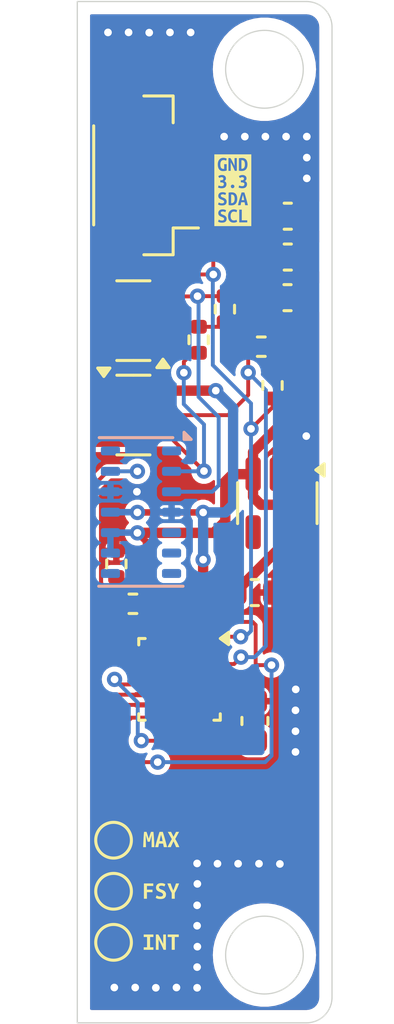
<source format=kicad_pcb>
(kicad_pcb (version 20240108) (generator "pcbnew") (generator_version "8.0")
  (title_block (title "sensor-unit-mpu-v2") (date "2025-05-04") (rev "2.0"))
  (layers (0 "F.Cu" signal) (31 "B.Cu" signal) (34 "B.Paste" user) (35 "F.Paste" user) (36 "B.SilkS" user "B.Silkscreen") (37 "F.SilkS" user "F.Silkscreen") (38 "B.Mask" user) (39 "F.Mask" user) (44 "Edge.Cuts" user))
  (net 0 "")
  (net 1 "GND")
  (net 2 "VDDIO")
  (net 3 "Net-(U2-REGOUT)")
  (net 4 "SDA")
  (net 5 "SCL")
  (net 8 "+1V8")
  (net 9 "SCL_1V8")
  (net 10 "SDA_1V8")
  (net 11 "Net-(U2-AD0{slash}MISO)")
  (net 12 "Net-(U2-FSYNC)")
  (net 13 "Net-(U2-INT)")
  (net 14 "Net-(U3-~{INT})")
  (footprint "Resistor_SMD:R_0402_1005Metric" (layer "F.Cu") (at 181.4975 66.7975 180)
    (property "Reference" "R1" (hide yes))
    (property "Value" "0R")
    (pad "1" smd roundrect (at -0.51 0 180) (size 0.54 0.64) (layers "F.Cu" "F.Paste" "F.Mask") (net 2 "VDDIO"))
    (pad "2" smd roundrect (at 0.51 0 180) (size 0.54 0.64) (layers "F.Cu" "F.Paste" "F.Mask") (net 11 "Net-(U2-AD0{slash}MISO)"))
  )
  (footprint "kibuzzard-6817407C" (layer "F.Cu") (at 182.62 78.05)
    (property "Reference" "kibuzzard-6817407C" (hide yes))
    (property "Value" "G***" (hide yes))
  )
  (footprint "Resistor_SMD:R_0402_1005Metric" (layer "F.Cu") (at 185.1075 55.2575 90)
    (property "Reference" "R3" (hide yes))
    (property "Value" "10K")
    (pad "1" smd roundrect (at -0.51 0 90) (size 0.54 0.64) (layers "F.Cu" "F.Paste" "F.Mask") (net 8 "+1V8"))
    (pad "2" smd roundrect (at 0.51 0 90) (size 0.54 0.64) (layers "F.Cu" "F.Paste" "F.Mask") (net 10 "SDA_1V8"))
  )
  (footprint "Resistor_SMD:R_0402_1005Metric" (layer "F.Cu") (at 180.8475 65.2375 90)
    (property "Reference" "R2" (hide yes))
    (property "Value" "10K" (hide yes))
    (pad "1" smd roundrect (at -0.51 0 90) (size 0.54 0.64) (layers "F.Cu" "F.Paste" "F.Mask") (net 11 "Net-(U2-AD0{slash}MISO)"))
    (pad "2" smd roundrect (at 0.51 0 90) (size 0.54 0.64) (layers "F.Cu" "F.Paste" "F.Mask") (net 1 "GND"))
  )
  (footprint "kibuzzard-680F6A44" (layer "F.Cu") (at 182.61 76.03)
    (property "Reference" "kibuzzard-680F6A44" (hide yes))
    (property "Value" "G***" (hide yes))
  )
  (footprint "kibuzzard-6817376F" (layer "F.Cu") (at 185.42 50.6)
    (property "Reference" "kibuzzard-6817376F" (hide yes))
    (property "Value" "G***" (hide yes))
  )
  (footprint "Package_TO_SOT_SMD:SOT-23" (layer "F.Cu") (at 181.515 55.7075 180)
    (property "Reference" "Q2" (hide yes))
    (property "Value" "BSS138")
    (pad "1" smd roundrect (at -0.9375 -0.95 180) (size 1.475 0.6) (layers "F.Cu" "F.Paste" "F.Mask") (net 8 "+1V8"))
    (pad "2" smd roundrect (at -0.9375 0.95 180) (size 1.475 0.6) (layers "F.Cu" "F.Paste" "F.Mask") (net 10 "SDA_1V8"))
    (pad "3" smd roundrect (at 0.9375 0 180) (size 1.475 0.6) (layers "F.Cu" "F.Paste" "F.Mask") (net 4 "SDA"))
  )
  (footprint "Capacitor_SMD:C_0603_1608Metric" (layer "F.Cu") (at 186.2825 66.3575)
    (property "Reference" "C3" (hide yes))
    (property "Value" "2.2uF 16V")
    (pad "1" smd roundrect (at -0.775 0) (size 0.9 0.95) (layers "F.Cu" "F.Paste" "F.Mask") (net 8 "+1V8"))
    (pad "2" smd roundrect (at 0.775 0) (size 0.9 0.95) (layers "F.Cu" "F.Paste" "F.Mask") (net 1 "GND"))
  )
  (footprint "Package_TO_SOT_SMD:SOT-23-5" (layer "F.Cu") (at 187.1675 62.855 -90)
    (property "Reference" "U1" (hide yes))
    (property "Value" "LN1134A182MR-G")
    (pad "1" smd roundrect (at -1.1375 -0.95 270) (size 1.325 0.6) (layers "F.Cu" "F.Paste" "F.Mask") (net 2 "VDDIO"))
    (pad "2" smd roundrect (at -1.1375 0 270) (size 1.325 0.6) (layers "F.Cu" "F.Paste" "F.Mask") (net 1 "GND"))
    (pad "3" smd roundrect (at -1.1375 0.95 270) (size 1.325 0.6) (layers "F.Cu" "F.Paste" "F.Mask") (net 2 "VDDIO"))
    (pad "4" smd roundrect (at 1.1375 0.95 270) (size 1.325 0.6) (layers "F.Cu" "F.Paste" "F.Mask"))
    (pad "5" smd roundrect (at 1.1375 -0.95 270) (size 1.325 0.6) (layers "F.Cu" "F.Paste" "F.Mask") (net 8 "+1V8"))
  )
  (footprint "Capacitor_SMD:C_0603_1608Metric" (layer "F.Cu") (at 187.5775 53.2175)
    (property "Reference" "C2" (hide yes))
    (property "Value" "10nF 16V")
    (pad "1" smd roundrect (at -0.775 0) (size 0.9 0.95) (layers "F.Cu" "F.Paste" "F.Mask") (net 2 "VDDIO"))
    (pad "2" smd roundrect (at 0.775 0) (size 0.9 0.95) (layers "F.Cu" "F.Paste" "F.Mask") (net 1 "GND"))
  )
  (footprint "Resistor_SMD:R_0402_1005Metric" (layer "F.Cu") (at 186.9775 58.2475 90)
    (property "Reference" "R5" (hide yes))
    (property "Value" "10K")
    (pad "1" smd roundrect (at -0.51 0 90) (size 0.54 0.64) (layers "F.Cu" "F.Paste" "F.Mask") (net 4 "SDA"))
    (pad "2" smd roundrect (at 0.51 0 90) (size 0.54 0.64) (layers "F.Cu" "F.Paste" "F.Mask") (net 2 "VDDIO"))
  )
  (footprint "Capacitor_SMD:C_0603_1608Metric" (layer "F.Cu") (at 187.5675 54.8075)
    (property "Reference" "C4" (hide yes))
    (property "Value" "100nF 16V")
    (pad "1" smd roundrect (at -0.775 0) (size 0.9 0.95) (layers "F.Cu" "F.Paste" "F.Mask") (net 2 "VDDIO"))
    (pad "2" smd roundrect (at 0.775 0) (size 0.9 0.95) (layers "F.Cu" "F.Paste" "F.Mask") (net 1 "GND"))
  )
  (footprint "Resistor_SMD:R_0402_1005Metric" (layer "F.Cu") (at 184.0775 56.4575 -90)
    (property "Reference" "R4" (hide yes))
    (property "Value" "10K")
    (pad "1" smd roundrect (at -0.51 0 270) (size 0.54 0.64) (layers "F.Cu" "F.Paste" "F.Mask") (net 8 "+1V8"))
    (pad "2" smd roundrect (at 0.51 0 270) (size 0.54 0.64) (layers "F.Cu" "F.Paste" "F.Mask") (net 9 "SCL_1V8"))
  )
  (footprint "TestPoint:TestPoint_Pad_D1.0mm" (layer "F.Cu") (at 180.7375 78.0575)
    (property "Reference" "TP1" (hide yes))
    (property "Value" "MPU_FSYNC")
    (pad "1" smd circle (at 0 0) (size 1 1) (layers "F.Cu" "F.Mask") (net 12 "Net-(U2-FSYNC)"))
  )
  (footprint "Capacitor_SMD:C_0603_1608Metric" (layer "F.Cu") (at 186.2875 71.3875 90)
    (property "Reference" "C5" (hide yes))
    (property "Value" "100nF 16V")
    (pad "1" smd roundrect (at -0.775 0 90) (size 0.9 0.95) (layers "F.Cu" "F.Paste" "F.Mask") (net 3 "Net-(U2-REGOUT)"))
    (pad "2" smd roundrect (at 0.775 0 90) (size 0.9 0.95) (layers "F.Cu" "F.Paste" "F.Mask") (net 1 "GND"))
  )
  (footprint "Connector_JST:JST_SH_BM04B-SRSS-TB_1x04-1MP_P1.00mm_Vertical" (layer "F.Cu") (at 181.9675 50.0175 90)
    (property "Reference" "J1" (hide yes))
    (property "Value" "JST SH1.0")
    (pad "1" smd roundrect (at -1.5 1.325 90) (size 0.6 1.55) (layers "F.Cu" "F.Paste" "F.Mask") (net 4 "SDA"))
    (pad "2" smd roundrect (at -0.5 1.325 90) (size 0.6 1.55) (layers "F.Cu" "F.Paste" "F.Mask") (net 5 "SCL"))
    (pad "3" smd roundrect (at 0.5 1.325 90) (size 0.6 1.55) (layers "F.Cu" "F.Paste" "F.Mask") (net 2 "VDDIO"))
    (pad "4" smd roundrect (at 1.5 1.325 90) (size 0.6 1.55) (layers "F.Cu" "F.Paste" "F.Mask") (net 1 "GND"))
    (pad "MP" smd roundrect (at -2.8 -1.2 90) (size 1.2 1.8) (layers "F.Cu" "F.Paste" "F.Mask") (roundrect_rratio 0.208333))
    (pad "MP" smd roundrect (at 2.8 -1.2 90) (size 1.2 1.8) (layers "F.Cu" "F.Paste" "F.Mask") (roundrect_rratio 0.208333))
  )
  (footprint "Package_TO_SOT_SMD:SOT-23" (layer "F.Cu") (at 181.5175 59.405)
    (property "Reference" "Q1" (hide yes))
    (property "Value" "BSS138")
    (pad "1" smd roundrect (at -0.9375 -0.95) (size 1.475 0.6) (layers "F.Cu" "F.Paste" "F.Mask") (net 8 "+1V8"))
    (pad "2" smd roundrect (at -0.9375 0.95) (size 1.475 0.6) (layers "F.Cu" "F.Paste" "F.Mask") (net 9 "SCL_1V8"))
    (pad "3" smd roundrect (at 0.9375 0) (size 1.475 0.6) (layers "F.Cu" "F.Paste" "F.Mask") (net 5 "SCL"))
  )
  (footprint "kibuzzard-68174073" (layer "F.Cu") (at 182.61 80.05)
    (property "Reference" "kibuzzard-68174073" (hide yes))
    (property "Value" "G***" (hide yes))
  )
  (footprint "Sensor_Motion:InvenSense_QFN-24_3x3mm_P0.4mm_NoMask" (layer "F.Cu") (at 183.3275 69.7575 -90)
    (property "Reference" "U2" (hide yes))
    (property "Value" "MPU-9250")
    (pad "1" smd roundrect (at -1.5 -1 270) (size 0.55 0.2) (layers "F.Cu" "F.Paste" "F.Mask") (net 2 "VDDIO"))
    (pad "2" smd roundrect (at -1.5 -0.6 270) (size 0.55 0.2) (layers "F.Cu" "F.Paste" "F.Mask"))
    (pad "3" smd roundrect (at -1.5 -0.2 270) (size 0.55 0.2) (layers "F.Cu" "F.Paste" "F.Mask"))
    (pad "4" smd roundrect (at -1.5 0.2 270) (size 0.55 0.2) (layers "F.Cu" "F.Paste" "F.Mask"))
    (pad "5" smd roundrect (at -1.5 0.6 270) (size 0.55 0.2) (layers "F.Cu" "F.Paste" "F.Mask"))
    (pad "6" smd roundrect (at -1.5 1 270) (size 0.55 0.2) (layers "F.Cu" "F.Paste" "F.Mask"))
    (pad "7" smd roundrect (at -1 1.5) (size 0.55 0.2) (layers "F.Cu" "F.Paste" "F.Mask"))
    (pad "8" smd roundrect (at -0.6 1.5) (size 0.55 0.2) (layers "F.Cu" "F.Paste" "F.Mask") (net 2 "VDDIO"))
    (pad "9" smd roundrect (at -0.2 1.5) (size 0.55 0.2) (layers "F.Cu" "F.Paste" "F.Mask") (net 11 "Net-(U2-AD0{slash}MISO)"))
    (pad "10" smd roundrect (at 0.2 1.5) (size 0.55 0.2) (layers "F.Cu" "F.Paste" "F.Mask") (net 3 "Net-(U2-REGOUT)"))
    (pad "11" smd roundrect (at 0.6 1.5) (size 0.55 0.2) (layers "F.Cu" "F.Paste" "F.Mask") (net 12 "Net-(U2-FSYNC)"))
    (pad "12" smd roundrect (at 1 1.5) (size 0.55 0.2) (layers "F.Cu" "F.Paste" "F.Mask") (net 13 "Net-(U2-INT)"))
    (pad "13" smd roundrect (at 1.5 1 270) (size 0.55 0.2) (layers "F.Cu" "F.Paste" "F.Mask") (net 2 "VDDIO"))
    (pad "14" smd roundrect (at 1.5 0.6 270) (size 0.55 0.2) (layers "F.Cu" "F.Paste" "F.Mask"))
    (pad "15" smd roundrect (at 1.5 0.2 270) (size 0.55 0.2) (layers "F.Cu" "F.Paste" "F.Mask"))
    (pad "16" smd roundrect (at 1.5 -0.2 270) (size 0.55 0.2) (layers "F.Cu" "F.Paste" "F.Mask"))
    (pad "17" smd roundrect (at 1.5 -0.6 270) (size 0.55 0.2) (layers "F.Cu" "F.Paste" "F.Mask"))
    (pad "18" smd roundrect (at 1.5 -1 270) (size 0.55 0.2) (layers "F.Cu" "F.Paste" "F.Mask") (net 1 "GND"))
    (pad "19" smd roundrect (at 1 -1.5) (size 0.55 0.2) (layers "F.Cu" "F.Paste" "F.Mask"))
    (pad "20" smd roundrect (at 0.6 -1.5) (size 0.55 0.2) (layers "F.Cu" "F.Paste" "F.Mask") (net 1 "GND"))
    (pad "21" smd roundrect (at 0.2 -1.5) (size 0.55 0.2) (layers "F.Cu" "F.Paste" "F.Mask"))
    (pad "22" smd roundrect (at -0.2 -1.5) (size 0.55 0.2) (layers "F.Cu" "F.Paste" "F.Mask") (net 2 "VDDIO"))
    (pad "23" smd roundrect (at -0.6 -1.5) (size 0.55 0.2) (layers "F.Cu" "F.Paste" "F.Mask") (net 5 "SCL"))
    (pad "24" smd roundrect (at -1 -1.5) (size 0.55 0.2) (layers "F.Cu" "F.Paste" "F.Mask") (net 4 "SDA"))
    (zone (net 0) (net_name "") (layer "F.Cu") (connect_pads (clearance 0)) (min_thickness 0.254)
      (keepout (tracks not_allowed) (vias not_allowed) (pads not_allowed) (copperpour not_allowed) (footprints allowed))
      (fill (thermal_gap 0.508) (thermal_bridge_width 0.508))
      (polygon (pts (xy 184.1225 68.8825) (xy 184.1225 70.6325) (xy 182.5325 70.6325) (xy 182.5325 68.8825)))
    )
  )
  (footprint "Resistor_SMD:R_0402_1005Metric" (layer "F.Cu") (at 186.5375 56.7275)
    (property "Reference" "R6" (hide yes))
    (property "Value" "10K")
    (pad "1" smd roundrect (at -0.51 0) (size 0.54 0.64) (layers "F.Cu" "F.Paste" "F.Mask") (net 5 "SCL"))
    (pad "2" smd roundrect (at 0.51 0) (size 0.54 0.64) (layers "F.Cu" "F.Paste" "F.Mask") (net 2 "VDDIO"))
  )
  (footprint "TestPoint:TestPoint_Pad_D1.0mm" (layer "F.Cu") (at 180.7375 80.0575)
    (property "Reference" "TP2" (hide yes))
    (property "Value" "MPU_INT")
    (pad "1" smd circle (at 0 0) (size 1 1) (layers "F.Cu" "F.Mask") (net 13 "Net-(U2-INT)"))
  )
  (footprint "Capacitor_SMD:C_0603_1608Metric" (layer "F.Cu") (at 187.5775 51.6175)
    (property "Reference" "C1" (hide yes))
    (property "Value" "1uF 16V")
    (pad "1" smd roundrect (at -0.775 0) (size 0.9 0.95) (layers "F.Cu" "F.Paste" "F.Mask") (net 2 "VDDIO"))
    (pad "2" smd roundrect (at 0.775 0) (size 0.9 0.95) (layers "F.Cu" "F.Paste" "F.Mask") (net 1 "GND"))
  )
  (footprint "TestPoint:TestPoint_Pad_D1.0mm" (layer "F.Cu") (at 180.7375 76.0575)
    (property "Reference" "TP3" (hide yes))
    (property "Value" "MAX_INT")
    (pad "1" smd circle (at 0 0) (size 1 1) (layers "F.Cu" "F.Mask") (net 14 "Net-(U3-~{INT})"))
  )
  (footprint "OptoDevice:Maxim_OLGA-14_3.3x5.6mm_P0.8mm" (layer "B.Cu") (at 181.815 63.21 180)
    (property "Reference" "U3" (hide yes))
    (property "Value" "MAX30102")
    (pad "1" smd roundrect (at -1.2 2.4 180) (size 0.75 0.35) (layers "B.Cu" "B.Paste" "B.Mask"))
    (pad "2" smd roundrect (at -1.2 1.6 180) (size 0.75 0.35) (layers "B.Cu" "B.Paste" "B.Mask") (net 9 "SCL_1V8"))
    (pad "3" smd roundrect (at -1.2 0.8 180) (size 0.75 0.35) (layers "B.Cu" "B.Paste" "B.Mask") (net 10 "SDA_1V8"))
    (pad "4" smd roundrect (at -1.2 0 180) (size 0.75 0.35) (layers "B.Cu" "B.Paste" "B.Mask") (net 1 "GND"))
    (pad "5" smd roundrect (at -1.2 -0.8 180) (size 0.75 0.35) (layers "B.Cu" "B.Paste" "B.Mask"))
    (pad "6" smd roundrect (at -1.2 -1.6 180) (size 0.75 0.35) (layers "B.Cu" "B.Paste" "B.Mask"))
    (pad "7" smd roundrect (at -1.2 -2.4 180) (size 0.75 0.35) (layers "B.Cu" "B.Paste" "B.Mask"))
    (pad "8" smd roundrect (at 1.2 -2.4 180) (size 0.75 0.35) (layers "B.Cu" "B.Paste" "B.Mask"))
    (pad "9" smd roundrect (at 1.2 -1.6 180) (size 0.75 0.35) (layers "B.Cu" "B.Paste" "B.Mask") (net 2 "VDDIO"))
    (pad "10" smd roundrect (at 1.2 -0.8 180) (size 0.75 0.35) (layers "B.Cu" "B.Paste" "B.Mask") (net 2 "VDDIO"))
    (pad "11" smd roundrect (at 1.2 0 180) (size 0.75 0.35) (layers "B.Cu" "B.Paste" "B.Mask") (net 8 "+1V8"))
    (pad "12" smd roundrect (at 1.2 0.8 180) (size 0.75 0.35) (layers "B.Cu" "B.Paste" "B.Mask") (net 1 "GND"))
    (pad "13" smd roundrect (at 1.2 1.6 180) (size 0.75 0.35) (layers "B.Cu" "B.Paste" "B.Mask") (net 14 "Net-(U3-~{INT})"))
    (pad "14" smd roundrect (at 1.2 2.4 180) (size 0.75 0.35) (layers "B.Cu" "B.Paste" "B.Mask"))
  )
  (gr_line (start 188.314195 83.209375) (end 179.314195 83.209375) (stroke (width 0.05)) (layer "Edge.Cuts"))
  (gr_arc (start 188.314195 43.209375) (mid 189.021302 43.502268) (end 189.314195 44.209375) (stroke (width 0.05)) (layer "Edge.Cuts"))
  (gr_line (start 179.314195 83.209375) (end 179.314195 43.209375) (stroke (width 0.05)) (layer "Edge.Cuts"))
  (gr_circle (center 186.66107 80.55625) (end 188.18507 80.55625) (stroke (width 0.05)) (fill none) (layer "Edge.Cuts"))
  (gr_circle (center 186.66107 45.8625) (end 186.66107 44.3385) (stroke (width 0.05)) (fill none) (layer "Edge.Cuts"))
  (gr_line (start 189.314195 44.209375) (end 189.314195 82.209375) (stroke (width 0.05)) (layer "Edge.Cuts"))
  (gr_arc (start 189.314195 82.209375) (mid 189.021302 82.916482) (end 188.314195 83.209375) (stroke (width 0.05)) (layer "Edge.Cuts"))
  (gr_line (start 179.314195 43.209375) (end 188.314195 43.209375) (stroke (width 0.05)) (layer "Edge.Cuts"))
  (segment (start 187.994196 60.229375) (end 188.304195 60.229375) (width 0.4064) (layer "F.Cu") (net 1))
  (segment (start 187.164195 61.059376) (end 187.994196 60.229375) (width 0.4064) (layer "F.Cu") (net 1))
  (segment (start 187.164195 61.721875) (end 187.164195 61.059376) (width 0.4064) (layer "F.Cu") (net 1))
  (via (at 184.8175 76.9775) (size 0.6) (drill 0.3) (layers "F.Cu" "B.Cu") (net 1))
  (via (at 181.5875 81.8275) (size 0.6) (drill 0.3) (layers "F.Cu" "B.Cu") (net 1))
  (via (at 184.0175 79.4075) (size 0.6) (drill 0.3) (layers "F.Cu" "B.Cu") (net 1))
  (via (at 181.654195 62.409375) (size 0.6) (drill 0.3) (layers "F.Cu" "B.Cu") (net 1))
  (via (at 187.511395 48.499375) (size 0.6) (drill 0.3) (layers "F.Cu" "B.Cu") (net 1))
  (via (at 183.764195 44.419375) (size 0.6) (drill 0.3) (layers "F.Cu" "B.Cu") (net 1))
  (via (at 184.0175 81.0275) (size 0.6) (drill 0.3) (layers "F.Cu" "B.Cu") (net 1))
  (via (at 188.304195 60.229375) (size 0.6) (drill 0.3) (layers "F.Cu" "B.Cu") (net 1))
  (via (at 180.7675 81.8275) (size 0.6) (drill 0.3) (layers "F.Cu" "B.Cu") (net 1))
  (via (at 182.3975 81.8375) (size 0.6) (drill 0.3) (layers "F.Cu" "B.Cu") (net 1))
  (via (at 185.6275 76.9775) (size 0.6) (drill 0.3) (layers "F.Cu" "B.Cu") (net 1))
  (via (at 181.3275 44.4175) (size 0.6) (drill 0.3) (layers "F.Cu" "B.Cu") (net 1))
  (via (at 188.324195 50.134975) (size 0.6) (drill 0.3) (layers "F.Cu" "B.Cu") (net 1))
  (via (at 182.951395 44.419375) (size 0.6) (drill 0.3) (layers "F.Cu" "B.Cu") (net 1))
  (via (at 184.0175 76.9675) (size 0.6) (drill 0.3) (layers "F.Cu" "B.Cu") (net 1))
  (via (at 184.0275 80.2275) (size 0.6) (drill 0.3) (layers "F.Cu" "B.Cu") (net 1))
  (via (at 184.0275 77.7675) (size 0.6) (drill 0.3) (layers "F.Cu" "B.Cu") (net 1))
  (via (at 188.324195 48.499375) (size 0.6) (drill 0.3) (layers "F.Cu" "B.Cu") (net 1))
  (via (at 186.4475 76.9775) (size 0.6) (drill 0.3) (layers "F.Cu" "B.Cu") (net 1))
  (via (at 184.0175 78.6075) (size 0.6) (drill 0.3) (layers "F.Cu" "B.Cu") (net 1))
  (via (at 187.88 70.97) (size 0.6) (drill 0.3) (layers "F.Cu" "B.Cu") (net 1))
  (via (at 187.2675 76.9875) (size 0.6) (drill 0.3) (layers "F.Cu" "B.Cu") (net 1))
  (via (at 185.891395 48.499375) (size 0.6) (drill 0.3) (layers "F.Cu" "B.Cu") (net 1))
  (via (at 183.2075 81.8275) (size 0.6) (drill 0.3) (layers "F.Cu" "B.Cu") (net 1))
  (via (at 185.078595 48.499375) (size 0.6) (drill 0.3) (layers "F.Cu" "B.Cu") (net 1))
  (via (at 180.518595 44.419375) (size 0.6) (drill 0.3) (layers "F.Cu" "B.Cu") (net 1))
  (via (at 184.0175 81.8375) (size 0.6) (drill 0.3) (layers "F.Cu" "B.Cu") (net 1))
  (via (at 182.1375 44.4275) (size 0.6) (drill 0.3) (layers "F.Cu" "B.Cu") (net 1))
  (via (at 187.88 71.79) (size 0.6) (drill 0.3) (layers "F.Cu" "B.Cu") (net 1))
  (via (at 187.88 72.6) (size 0.6) (drill 0.3) (layers "F.Cu" "B.Cu") (net 1))
  (via (at 188.324195 49.322175) (size 0.6) (drill 0.3) (layers "F.Cu" "B.Cu") (net 1))
  (via (at 187.89 70.15) (size 0.6) (drill 0.3) (layers "F.Cu" "B.Cu") (net 1))
  (via (at 186.698595 48.499375) (size 0.6) (drill 0.3) (layers "F.Cu" "B.Cu") (net 1))
  (segment (start 181.654195 62.409375) (end 181.750907 62.409375) (width 0.254) (layer "B.Cu") (net 1))
  (segment (start 181.750907 62.409375) (end 182.550907 63.209375) (width 0.254) (layer "B.Cu") (net 1))
  (segment (start 182.550907 63.209375) (end 183.014195 63.209375) (width 0.254) (layer "B.Cu") (net 1))
  (segment (start 180.614195 62.409375) (end 181.654195 62.409375) (width 0.254) (layer "B.Cu") (net 1))
  (segment (start 182.0075 66.7975) (end 184.0975 66.7975) (width 0.1524) (layer "F.Cu") (net 2))
  (segment (start 184.3275 67.0275) (end 184.3275 67.7075) (width 0.1524) (layer "F.Cu") (net 2))
  (segment (start 181.1975 67.6075) (end 182.0075 66.7975) (width 0.1524) (layer "F.Cu") (net 2))
  (segment (start 181.2513 72.6913) (end 181.56 73) (width 0.1524) (layer "F.Cu") (net 2))
  (segment (start 186.214195 61.721875) (end 186.214195 62.609375) (width 0.4064) (layer "F.Cu") (net 2))
  (segment (start 187.784195 56.729375) (end 187.784195 57.739375) (width 0.4064) (layer "F.Cu") (net 2))
  (segment (start 186.789195 55.334375) (end 187.784195 56.329375) (width 0.4064) (layer "F.Cu") (net 2))
  (segment (start 186.214195 62.609375) (end 186.524195 62.919375) (width 0.4064) (layer "F.Cu") (net 2))
  (segment (start 186.799195 50.064375) (end 186.799195 51.619375) (width 0.4064) (layer "F.Cu") (net 2))
  (segment (start 186.322704 69.2) (end 186.315639 69.207065) (width 0.1524) (layer "F.Cu") (net 2))
  (segment (start 187.834195 62.919375) (end 188.114195 62.639375) (width 0.4064) (layer "F.Cu") (net 2))
  (segment (start 185.124195 63.569375) (end 184.674192 64.019378) (width 0.4064) (layer "F.Cu") (net 2))
  (segment (start 186.315639 67.625639) (end 186.1975 67.5075) (width 0.1524) (layer "F.Cu") (net 2))
  (segment (start 182.0075 66.7975) (end 182.0075 64.352683) (width 0.254) (layer "F.Cu") (net 2))
  (segment (start 185.965204 69.5575) (end 186.315639 69.207065) (width 0.1524) (layer "F.Cu") (net 2))
  (segment (start 188.114195 62.639375) (end 188.114195 61.721875) (width 0.4064) (layer "F.Cu") (net 2))
  (segment (start 182.0075 64.352683) (end 181.674195 64.019378) (width 0.254) (layer "F.Cu") (net 2))
  (segment (start 185.124195 62.009375) (end 185.124195 63.569375) (width 0.4064) (layer "F.Cu") (net 2))
  (segment (start 186.1975 67.5075) (end 184.5275 67.5075) (width 0.1524) (layer "F.Cu") (net 2))
  (segment (start 187.784195 59.289375) (end 186.214195 60.859375) (width 0.4064) (layer "F.Cu") (net 2))
  (segment (start 186.789195 54.809375) (end 186.789195 55.334375) (width 0.4064) (layer "F.Cu") (net 2))
  (segment (start 184.3275 67.7075) (end 184.3275 68.2575) (width 0.1524) (layer "F.Cu") (net 2))
  (segment (start 186.94 69.2) (end 186.322704 69.2) (width 0.1524) (layer "F.Cu") (net 2))
  (segment (start 181.4425 71.2575) (end 181.2513 71.4487) (width 0.1524) (layer "F.Cu") (net 2))
  (segment (start 186.984195 57.739375) (end 187.784195 57.739375) (width 0.1524) (layer "F.Cu") (net 2))
  (segment (start 186.789195 54.669375) (end 186.789195 54.809375) (width 0.4064) (layer "F.Cu") (net 2))
  (segment (start 186.984195 57.739375) (end 186.984195 56.789375) (width 0.1524) (layer "F.Cu") (net 2))
  (segment (start 186.524195 62.919375) (end 187.834195 62.919375) (width 0.4064) (layer "F.Cu") (net 2))
  (segment (start 181.8275 69.1575) (end 181.489796 69.1575) (width 0.1524) (layer "F.Cu") (net 2))
  (segment (start 185.411695 61.721875) (end 185.124195 62.009375) (width 0.4064) (layer "F.Cu") (net 2))
  (segment (start 183.279195 49.519375) (end 186.254195 49.519375) (width 0.4064) (layer "F.Cu") (net 2))
  (segment (start 186.214195 61.721875) (end 185.411695 61.721875) (width 0.4064) (layer "F.Cu") (net 2))
  (segment (start 187.044195 56.729375) (end 187.784195 56.729375) (width 0.1524) (layer "F.Cu") (net 2))
  (segment (start 184.5275 67.5075) (end 184.3275 67.7075) (width 0.1524) (layer "F.Cu") (net 2))
  (segment (start 184.0975 66.7975) (end 184.3275 67.0275) (width 0.1524) (layer "F.Cu") (net 2))
  (segment (start 187.784195 56.329375) (end 187.784195 56.729375) (width 0.4064) (layer "F.Cu") (net 2))
  (segment (start 186.254195 49.519375) (end 186.799195 50.064375) (width 0.4064) (layer "F.Cu") (net 2))
  (segment (start 184.674192 64.019378) (end 181.674195 64.019378) (width 0.4064) (layer "F.Cu") (net 2))
  (segment (start 181.489796 69.1575) (end 181.1975 68.865204) (width 0.1524) (layer "F.Cu") (net 2))
  (segment (start 184.8275 69.5575) (end 185.965204 69.5575) (width 0.1524) (layer "F.Cu") (net 2))
  (segment (start 182.3275 71.2575) (end 181.4425 71.2575) (width 0.1524) (layer "F.Cu") (net 2))
  (segment (start 186.315639 69.207065) (end 186.315639 67.625639) (width 0.1524) (layer "F.Cu") (net 2))
  (segment (start 186.984195 56.789375) (end 187.044195 56.729375) (width 0.1524) (layer "F.Cu") (net 2))
  (segment (start 187.784195 57.739375) (end 187.784195 59.289375) (width 0.4064) (layer "F.Cu") (net 2))
  (segment (start 181.56 73) (end 182.47 73) (width 0.1524) (layer "F.Cu") (net 2))
  (segment (start 186.799195 51.619375) (end 186.799195 54.659375) (width 0.4064) (layer "F.Cu") (net 2))
  (segment (start 186.214195 60.859375) (end 186.214195 61.721875) (width 0.4064) (layer "F.Cu") (net 2))
  (segment (start 181.2513 71.4487) (end 181.2513 72.6913) (width 0.1524) (layer "F.Cu") (net 2))
  (segment (start 181.1975 68.865204) (end 181.1975 67.6075) (width 0.1524) (layer "F.Cu") (net 2))
  (via (at 186.94 69.2) (size 0.6) (drill 0.3) (layers "F.Cu" "B.Cu") (net 2))
  (via (at 181.674195 64.019378) (size 0.6) (drill 0.3) (layers "F.Cu" "B.Cu") (net 2))
  (via (at 182.47 73) (size 0.6) (drill 0.3) (layers "F.Cu" "B.Cu") (net 2))
  (segment (start 180.614195 64.009375) (end 181.664192 64.009375) (width 0.254) (layer "B.Cu") (net 2))
  (segment (start 186.69 73) (end 186.94 72.75) (width 0.1524) (layer "B.Cu") (net 2))
  (segment (start 181.664192 64.009375) (end 181.674195 64.019378) (width 0.254) (layer "B.Cu") (net 2))
  (segment (start 186.94 72.75) (end 186.94 69.2) (width 0.1524) (layer "B.Cu") (net 2))
  (segment (start 182.47 73) (end 186.69 73) (width 0.1524) (layer "B.Cu") (net 2))
  (segment (start 180.614195 64.809375) (end 180.614195 64.009375) (width 0.254) (layer "B.Cu") (net 2))
  (segment (start 186.2875 72.1625) (end 181.8325 72.1625) (width 0.1524) (layer "F.Cu") (net 3))
  (segment (start 180.777028 69.757972) (end 180.976556 69.9575) (width 0.1524) (layer "F.Cu") (net 3))
  (segment (start 180.976556 69.9575) (end 181.8275 69.9575) (width 0.1524) (layer "F.Cu") (net 3))
  (segment (start 181.8325 72.1625) (end 181.8275 72.1575) (width 0.1524) (layer "F.Cu") (net 3))
  (via (at 181.8275 72.1575) (size 0.6) (drill 0.3) (layers "F.Cu" "B.Cu") (net 3))
  (via (at 180.777028 69.757972) (size 0.6) (drill 0.3) (layers "F.Cu" "B.Cu") (net 3))
  (segment (start 181.6875 72.0175) (end 181.6875 70.668444) (width 0.1524) (layer "B.Cu") (net 3))
  (segment (start 181.8275 72.1575) (end 181.6875 72.0175) (width 0.1524) (layer "B.Cu") (net 3))
  (segment (start 181.6875 70.668444) (end 180.777028 69.757972) (width 0.1524) (layer "B.Cu") (net 3))
  (segment (start 186.984195 58.759375) (end 186.984195 59.094901) (width 0.1524) (layer "F.Cu") (net 4))
  (segment (start 184.654195 53.899375) (end 184.654195 51.819375) (width 0.1524) (layer "F.Cu") (net 4))
  (segment (start 184.8275 68.3275) (end 184.8275 68.7575) (width 0.1524) (layer "F.Cu") (net 4))
  (segment (start 184.654195 53.899375) (end 180.964195 53.899375) (width 0.1524) (layer "F.Cu") (net 4))
  (segment (start 184.654195 51.819375) (end 184.354195 51.519375) (width 0.1524) (layer "F.Cu") (net 4))
  (segment (start 185.0675 68.0875) (end 184.8275 68.3275) (width 0.1524) (layer "F.Cu") (net 4))
  (segment (start 185.7275 68.0875) (end 185.0675 68.0875) (width 0.1524) (layer "F.Cu") (net 4))
  (segment (start 180.964195 53.899375) (end 180.576695 54.286875) (width 0.1524) (layer "F.Cu") (net 4))
  (segment (start 184.354195 51.519375) (end 183.279195 51.519375) (width 0.1524) (layer "F.Cu") (net 4))
  (segment (start 180.576695 54.286875) (end 180.576695 55.709375) (width 0.1524) (layer "F.Cu") (net 4))
  (segment (start 186.984195 59.094901) (end 186.134195 59.944901) (width 0.1524) (layer "F.Cu") (net 4))
  (via (at 185.7275 68.0875) (size 0.6) (drill 0.3) (layers "F.Cu" "B.Cu") (net 4))
  (via (at 184.654195 53.899375) (size 0.6) (drill 0.3) (layers "F.Cu" "B.Cu") (net 4))
  (via (at 186.134195 59.944901) (size 0.6) (drill 0.3) (layers "F.Cu" "B.Cu") (net 4))
  (segment (start 186.134195 67.860805) (end 186.134195 59.944901) (width 0.1524) (layer "B.Cu") (net 4))
  (segment (start 185.7275 68.0875) (end 185.9075 68.0875) (width 0.1524) (layer "B.Cu") (net 4))
  (segment (start 186.134195 58.949375) (end 186.134195 59.944901) (width 0.1524) (layer "B.Cu") (net 4))
  (segment (start 184.634195 53.919375) (end 184.634195 57.449375) (width 0.1524) (layer "B.Cu") (net 4))
  (segment (start 185.9075 68.0875) (end 186.134195 67.860805) (width 0.1524) (layer "B.Cu") (net 4))
  (segment (start 184.654195 53.899375) (end 184.634195 53.919375) (width 0.1524) (layer "B.Cu") (net 4))
  (segment (start 184.634195 57.449375) (end 186.134195 58.949375) (width 0.1524) (layer "B.Cu") (net 4))
  (segment (start 185.814195 50.929375) (end 185.404195 50.519375) (width 0.1524) (layer "F.Cu") (net 5))
  (segment (start 185.739439 68.887414) (end 185.469353 69.1575) (width 0.1524) (layer "F.Cu") (net 5))
  (segment (start 186.024195 57.739375) (end 186.024195 56.729375) (width 0.1524) (layer "F.Cu") (net 5))
  (segment (start 186.024195 58.619375) (end 186.024195 57.739375) (width 0.1524) (layer "F.Cu") (net 5))
  (segment (start 185.469353 69.1575) (end 184.8275 69.1575) (width 0.1524) (layer "F.Cu") (net 5))
  (segment (start 185.234195 59.409375) (end 186.024195 58.619375) (width 0.1524) (layer "F.Cu") (net 5))
  (segment (start 182.454195 59.409375) (end 185.234195 59.409375) (width 0.1524) (layer "F.Cu") (net 5))
  (segment (start 185.814195 56.519375) (end 185.814195 50.929375) (width 0.1524) (layer "F.Cu") (net 5))
  (segment (start 185.404195 50.519375) (end 183.279195 50.519375) (width 0.1524) (layer "F.Cu") (net 5))
  (segment (start 186.024195 56.729375) (end 185.814195 56.519375) (width 0.1524) (layer "F.Cu") (net 5))
  (via (at 186.024195 57.739375) (size 0.6) (drill 0.3) (layers "F.Cu" "B.Cu") (net 5))
  (via (at 185.739439 68.887414) (size 0.6) (drill 0.3) (layers "F.Cu" "B.Cu") (net 5))
  (segment (start 186.277586 68.887414) (end 186.7175 68.4475) (width 0.1524) (layer "B.Cu") (net 5))
  (segment (start 186.7175 58.43268) (end 186.024195 57.739375) (width 0.1524) (layer "B.Cu") (net 5))
  (segment (start 185.739439 68.887414) (end 186.277586 68.887414) (width 0.1524) (layer "B.Cu") (net 5))
  (segment (start 186.7175 68.4475) (end 186.7175 58.43268) (width 0.1524) (layer "B.Cu") (net 5))
  (segment (start 182.379195 56.659375) (end 182.451695 56.659375) (width 0.4064) (layer "F.Cu") (net 8))
  (segment (start 180.579195 58.459375) (end 182.379195 56.659375) (width 0.4064) (layer "F.Cu") (net 8))
  (segment (start 180.589195 58.449375) (end 180.579195 58.459375) (width 0.4064) (layer "F.Cu") (net 8))
  (segment (start 184.074195 55.949375) (end 184.924195 55.949375) (width 0.1524) (layer "F.Cu") (net 8))
  (segment (start 187.8725 63.9925) (end 188.1175 63.9925) (width 0.4064) (layer "F.Cu") (net 8))
  (segment (start 183.151695 55.959375) (end 182.441695 56.669375) (width 0.1524) (layer "F.Cu") (net 8))
  (segment (start 188.114195 64.334375) (end 188.114195 63.996875) (width 0.4064) (layer "F.Cu") (net 8))
  (segment (start 183.834195 55.959375) (end 183.151695 55.959375) (width 0.1524) (layer "F.Cu") (net 8))
  (segment (start 184.254195 63.219375) (end 181.674195 63.219375) (width 0.254) (layer "F.Cu") (net 8))
  (segment (start 185.5075 66.3575) (end 187.8725 63.9925) (width 0.4064) (layer "F.Cu") (net 8))
  (segment (start 184.924195 55.949375) (end 185.104195 55.769375) (width 0.1524) (layer "F.Cu") (net 8))
  (segment (start 184.254195 65.069375) (end 184.254195 65.984195) (width 0.4064) (layer "F.Cu") (net 8))
  (segment (start 184.254195 65.984195) (end 184.6275 66.3575) (width 0.4064) (layer "F.Cu") (net 8))
  (segment (start 184.6275 66.3575) (end 185.5075 66.3575) (width 0.4064) (layer "F.Cu") (net 8))
  (segment (start 184.750595 58.449375) (end 180.589195 58.449375) (width 0.4064) (layer "F.Cu") (net 8))
  (via (at 184.750595 58.449375) (size 0.6) (drill 0.3) (layers "F.Cu" "B.Cu") (net 8))
  (via (at 184.254195 63.219375) (size 0.6) (drill 0.3) (layers "F.Cu" "B.Cu") (net 8))
  (via (at 184.254195 65.069375) (size 0.6) (drill 0.3) (layers "F.Cu" "B.Cu") (net 8))
  (via (at 181.674195 63.219375) (size 0.6) (drill 0.3) (layers "F.Cu" "B.Cu") (net 8))
  (segment (start 185.430995 62.912575) (end 185.124195 63.219375) (width 0.4064) (layer "B.Cu") (net 8))
  (segment (start 184.750595 58.449375) (end 185.434195 59.132975) (width 0.4064) (layer "B.Cu") (net 8))
  (segment (start 181.664195 63.209375) (end 181.674195 63.219375) (width 0.254) (layer "B.Cu") (net 8))
  (segment (start 185.434195 59.132975) (end 185.434195 59.2449) (width 0.4064) (layer "B.Cu") (net 8))
  (segment (start 184.254195 65.069375) (end 184.254195 63.219375) (width 0.4064) (layer "B.Cu") (net 8))
  (segment (start 185.430995 59.2481) (end 185.430995 62.912575) (width 0.4064) (layer "B.Cu") (net 8))
  (segment (start 185.434195 59.2449) (end 185.430995 59.2481) (width 0.4064) (layer "B.Cu") (net 8))
  (segment (start 180.614195 63.209375) (end 181.664195 63.209375) (width 0.254) (layer "B.Cu") (net 8))
  (segment (start 185.124195 63.219375) (end 184.254195 63.219375) (width 0.4064) (layer "B.Cu") (net 8))
  (segment (start 183.497995 57.315575) (end 183.834195 56.979375) (width 0.1524) (layer "F.Cu") (net 9))
  (segment (start 183.047995 60.359375) (end 180.579195 60.359375) (width 0.1524) (layer "F.Cu") (net 9))
  (segment (start 183.497995 57.746175) (end 183.497995 57.315575) (width 0.1524) (layer "F.Cu") (net 9))
  (segment (start 184.287995 61.599375) (end 183.047995 60.359375) (width 0.1524) (layer "F.Cu") (net 9))
  (via (at 183.497995 57.746175) (size 0.6) (drill 0.3) (layers "F.Cu" "B.Cu") (net 9))
  (via (at 184.287995 61.599375) (size 0.6) (drill 0.3) (layers "F.Cu" "B.Cu") (net 9))
  (segment (start 184.287995 61.599375) (end 184.277995 61.609375) (width 0.1524) (layer "B.Cu") (net 9))
  (segment (start 184.287995 59.773175) (end 183.494195 58.979375) (width 0.1524) (layer "B.Cu") (net 9))
  (segment (start 183.494195 58.979375) (end 183.494195 57.749975) (width 0.1524) (layer "B.Cu") (net 9))
  (segment (start 184.277995 61.609375) (end 183.014195 61.609375) (width 0.1524) (layer "B.Cu") (net 9))
  (segment (start 183.494195 57.749975) (end 183.497995 57.746175) (width 0.1524) (layer "B.Cu") (net 9))
  (segment (start 184.287995 61.599375) (end 184.287995 59.773175) (width 0.1524) (layer "B.Cu") (net 9))
  (segment (start 184.024195 54.759375) (end 182.451695 54.759375) (width 0.1524) (layer "F.Cu") (net 10))
  (segment (start 184.034195 54.749375) (end 184.024195 54.759375) (width 0.1524) (layer "F.Cu") (net 10))
  (segment (start 185.104195 54.749375) (end 184.034195 54.749375) (width 0.1524) (layer "F.Cu") (net 10))
  (via (at 184.034195 54.749375) (size 0.6) (drill 0.3) (layers "F.Cu" "B.Cu") (net 10))
  (segment (start 184.074195 54.789375) (end 184.074195 58.694375) (width 0.1524) (layer "B.Cu") (net 10))
  (segment (start 184.034195 54.749375) (end 184.074195 54.789375) (width 0.1524) (layer "B.Cu") (net 10))
  (segment (start 184.074195 58.694375) (end 184.864195 59.484375) (width 0.1524) (layer "B.Cu") (net 10))
  (segment (start 184.614195 62.409375) (end 183.014195 62.409375) (width 0.1524) (layer "B.Cu") (net 10))
  (segment (start 184.864195 59.484375) (end 184.864195 62.159375) (width 0.1524) (layer "B.Cu") (net 10))
  (segment (start 184.864195 62.159375) (end 184.614195 62.409375) (width 0.1524) (layer "B.Cu") (net 10))
  (segment (start 180.9875 65.8875) (end 180.8475 65.7475) (width 0.1524) (layer "F.Cu") (net 11))
  (segment (start 180.8451 69.011173) (end 180.8451 66.9399) (width 0.1524) (layer "F.Cu") (net 11))
  (segment (start 180.9875 66.7975) (end 180.9875 65.8875) (width 0.1524) (layer "F.Cu") (net 11))
  (segment (start 181.8275 69.5575) (end 181.391427 69.5575) (width 0.1524) (layer "F.Cu") (net 11))
  (segment (start 181.391427 69.5575) (end 180.8451 69.011173) (width 0.1524) (layer "F.Cu") (net 11))
  (segment (start 180.8451 66.9399) (end 180.9875 66.7975) (width 0.1524) (layer "F.Cu") (net 11))
  (segment (start 181.8275 70.3575) (end 180.7425 70.3575) (width 0.1524) (layer "F.Cu") (net 12))
  (segment (start 180.28 73.64) (end 182.02 75.38) (width 0.1524) (layer "F.Cu") (net 12))
  (segment (start 182.02 77.76) (end 181.7225 78.0575) (width 0.1524) (layer "F.Cu") (net 12))
  (segment (start 181.7225 78.0575) (end 180.7375 78.0575) (width 0.1524) (layer "F.Cu") (net 12))
  (segment (start 180.28 70.82) (end 180.28 73.64) (width 0.1524) (layer "F.Cu") (net 12))
  (segment (start 182.02 75.38) (end 182.02 77.76) (width 0.1524) (layer "F.Cu") (net 12))
  (segment (start 180.7425 70.3575) (end 180.28 70.82) (width 0.1524) (layer "F.Cu") (net 12))
  (segment (start 181.8275 70.7575) (end 181.1225 70.7575) (width 0.1524) (layer "F.Cu") (net 13))
  (segment (start 182.1625 80.0575) (end 180.7375 80.0575) (width 0.1524) (layer "F.Cu") (net 13))
  (segment (start 180.74 73.31) (end 182.53 75.1) (width 0.1524) (layer "F.Cu") (net 13))
  (segment (start 182.53 79.69) (end 182.1625 80.0575) (width 0.1524) (layer "F.Cu") (net 13))
  (segment (start 180.74 71.14) (end 180.74 73.31) (width 0.1524) (layer "F.Cu") (net 13))
  (segment (start 182.53 75.1) (end 182.53 79.69) (width 0.1524) (layer "F.Cu") (net 13))
  (segment (start 181.1225 70.7575) (end 180.74 71.14) (width 0.1524) (layer "F.Cu") (net 13))
  (segment (start 181.674195 61.609375) (end 180.504195 61.609375) (width 0.1524) (layer "F.Cu") (net 14))
  (segment (start 180.504195 61.609375) (end 179.890395 62.223175) (width 0.1524) (layer "F.Cu") (net 14))
  (segment (start 179.890395 62.223175) (end 179.890395 75.210395) (width 0.1524) (layer "F.Cu") (net 14))
  (segment (start 179.890395 75.210395) (end 180.7375 76.0575) (width 0.1524) (layer "F.Cu") (net 14))
  (via (at 181.674195 61.609375) (size 0.6) (drill 0.3) (layers "F.Cu" "B.Cu") (net 14))
  (segment (start 180.614195 61.609375) (end 181.674195 61.609375) (width 0.1524) (layer "B.Cu") (net 14))
  (zone (net 1) (net_name "GND") (layers "F&B.Cu") (name "GND") (connect_pads (clearance 0.1)) (min_thickness 0.1) (fill yes (thermal_gap 0.1) (thermal_bridge_width 0.254))
    (polygon (pts (xy 179.314195 43.209375) (xy 189.314195 43.209375) (xy 189.314195 83.209375) (xy 179.314195 83.209375)))
  )
)
</source>
